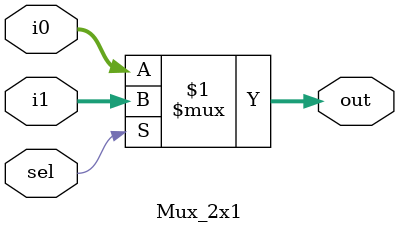
<source format=sv>
module Mux_2x1 #(
	parameter N = 4
)(
	input  [N-1:0] i0,
	input  [N-1:0] i1,
	input          sel,
	output [N-1:0] out
);

assign out = sel ? i1 : i0;

endmodule
</source>
